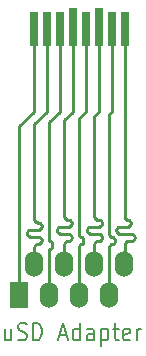
<source format=gbr>
G04 #@! TF.GenerationSoftware,KiCad,Pcbnew,no-vcs-found-ac9fc94~61~ubuntu14.04.1*
G04 #@! TF.CreationDate,2018-02-15T07:09:20+01:00*
G04 #@! TF.ProjectId,usd-adapter,7573642D616461707465722E6B696361,1*
G04 #@! TF.SameCoordinates,Original*
G04 #@! TF.FileFunction,Copper,L1,Top,Signal*
G04 #@! TF.FilePolarity,Positive*
%FSLAX46Y46*%
G04 Gerber Fmt 4.6, Leading zero omitted, Abs format (unit mm)*
G04 Created by KiCad (PCBNEW no-vcs-found-ac9fc94~61~ubuntu14.04.1) date Thu Feb 15 07:09:20 2018*
%MOMM*%
%LPD*%
G01*
G04 APERTURE LIST*
%ADD10C,0.200000*%
%ADD11R,0.800000X2.900000*%
%ADD12R,0.800000X3.200000*%
%ADD13R,1.524000X2.199640*%
%ADD14O,1.524000X2.199640*%
%ADD15C,0.250000*%
G04 APERTURE END LIST*
D10*
X145381904Y-112938571D02*
X145381904Y-113938571D01*
X144824761Y-112938571D02*
X144824761Y-113724285D01*
X144886666Y-113867142D01*
X145010476Y-113938571D01*
X145196190Y-113938571D01*
X145320000Y-113867142D01*
X145381904Y-113795714D01*
X145939047Y-113867142D02*
X146124761Y-113938571D01*
X146434285Y-113938571D01*
X146558095Y-113867142D01*
X146620000Y-113795714D01*
X146681904Y-113652857D01*
X146681904Y-113510000D01*
X146620000Y-113367142D01*
X146558095Y-113295714D01*
X146434285Y-113224285D01*
X146186666Y-113152857D01*
X146062857Y-113081428D01*
X146000952Y-113010000D01*
X145939047Y-112867142D01*
X145939047Y-112724285D01*
X146000952Y-112581428D01*
X146062857Y-112510000D01*
X146186666Y-112438571D01*
X146496190Y-112438571D01*
X146681904Y-112510000D01*
X147239047Y-113938571D02*
X147239047Y-112438571D01*
X147548571Y-112438571D01*
X147734285Y-112510000D01*
X147858095Y-112652857D01*
X147920000Y-112795714D01*
X147981904Y-113081428D01*
X147981904Y-113295714D01*
X147920000Y-113581428D01*
X147858095Y-113724285D01*
X147734285Y-113867142D01*
X147548571Y-113938571D01*
X147239047Y-113938571D01*
X149467619Y-113510000D02*
X150086666Y-113510000D01*
X149343809Y-113938571D02*
X149777142Y-112438571D01*
X150210476Y-113938571D01*
X151200952Y-113938571D02*
X151200952Y-112438571D01*
X151200952Y-113867142D02*
X151077142Y-113938571D01*
X150829523Y-113938571D01*
X150705714Y-113867142D01*
X150643809Y-113795714D01*
X150581904Y-113652857D01*
X150581904Y-113224285D01*
X150643809Y-113081428D01*
X150705714Y-113010000D01*
X150829523Y-112938571D01*
X151077142Y-112938571D01*
X151200952Y-113010000D01*
X152377142Y-113938571D02*
X152377142Y-113152857D01*
X152315238Y-113010000D01*
X152191428Y-112938571D01*
X151943809Y-112938571D01*
X151820000Y-113010000D01*
X152377142Y-113867142D02*
X152253333Y-113938571D01*
X151943809Y-113938571D01*
X151820000Y-113867142D01*
X151758095Y-113724285D01*
X151758095Y-113581428D01*
X151820000Y-113438571D01*
X151943809Y-113367142D01*
X152253333Y-113367142D01*
X152377142Y-113295714D01*
X152996190Y-112938571D02*
X152996190Y-114438571D01*
X152996190Y-113010000D02*
X153120000Y-112938571D01*
X153367619Y-112938571D01*
X153491428Y-113010000D01*
X153553333Y-113081428D01*
X153615238Y-113224285D01*
X153615238Y-113652857D01*
X153553333Y-113795714D01*
X153491428Y-113867142D01*
X153367619Y-113938571D01*
X153120000Y-113938571D01*
X152996190Y-113867142D01*
X153986666Y-112938571D02*
X154481904Y-112938571D01*
X154172380Y-112438571D02*
X154172380Y-113724285D01*
X154234285Y-113867142D01*
X154358095Y-113938571D01*
X154481904Y-113938571D01*
X155410476Y-113867142D02*
X155286666Y-113938571D01*
X155039047Y-113938571D01*
X154915238Y-113867142D01*
X154853333Y-113724285D01*
X154853333Y-113152857D01*
X154915238Y-113010000D01*
X155039047Y-112938571D01*
X155286666Y-112938571D01*
X155410476Y-113010000D01*
X155472380Y-113152857D01*
X155472380Y-113295714D01*
X154853333Y-113438571D01*
X156029523Y-113938571D02*
X156029523Y-112938571D01*
X156029523Y-113224285D02*
X156091428Y-113081428D01*
X156153333Y-113010000D01*
X156277142Y-112938571D01*
X156400952Y-112938571D01*
D11*
X155000000Y-87580000D03*
X153900000Y-87580000D03*
D12*
X152800000Y-87430000D03*
D11*
X151700000Y-87580000D03*
D12*
X150600000Y-87430000D03*
D11*
X149500000Y-87580000D03*
X148400000Y-87580000D03*
X147300000Y-87580000D03*
D13*
X146070000Y-110060000D03*
D14*
X147340000Y-107460000D03*
X148610000Y-110060000D03*
X149880000Y-107460000D03*
X151150000Y-110060000D03*
X152420000Y-107460000D03*
X153690000Y-110060000D03*
X154960000Y-107460000D03*
D15*
X155392076Y-104257311D02*
X155430315Y-104219072D01*
X155000000Y-92580000D02*
X155000000Y-87580000D01*
X155459087Y-104173281D02*
X155476949Y-104122237D01*
X154296706Y-104740165D02*
X154274518Y-104676756D01*
X155346285Y-104286083D02*
X155392076Y-104257311D01*
X154500240Y-104317521D02*
X154566996Y-104310000D01*
X154266996Y-104610000D02*
X154274518Y-104543243D01*
X155430315Y-104219072D02*
X155459087Y-104173281D01*
X154332447Y-104797046D02*
X154296706Y-104740165D01*
X154274518Y-104543243D02*
X154296706Y-104479834D01*
X154436831Y-104880290D02*
X154379950Y-104844549D01*
X155023916Y-103573281D02*
X155006054Y-103522237D01*
X154436831Y-104339709D02*
X154500240Y-104317521D01*
X155112953Y-105575450D02*
X155169834Y-105539709D01*
X154566996Y-104910000D02*
X154500240Y-104902478D01*
X154274518Y-104676756D02*
X154266996Y-104610000D01*
X155533004Y-104910000D02*
X154566996Y-104910000D01*
X155599760Y-104917521D02*
X155533004Y-104910000D01*
X155065450Y-105622953D02*
X155112953Y-105575450D01*
X155029709Y-105679834D02*
X155065450Y-105622953D01*
X155295241Y-104303945D02*
X155346285Y-104286083D01*
X155825482Y-105276756D02*
X155833004Y-105210000D01*
X155663169Y-104939709D02*
X155599760Y-104917521D01*
X155007521Y-105743243D02*
X155029709Y-105679834D01*
X155483004Y-104068498D02*
X155483004Y-103951502D01*
X155300000Y-105510000D02*
X155533004Y-105510000D01*
X154500240Y-104902478D02*
X154436831Y-104880290D01*
X155833004Y-105210000D02*
X155825482Y-105143243D01*
X155169834Y-105539709D02*
X155233243Y-105517521D01*
X155459087Y-103846718D02*
X155430315Y-103800927D01*
X155241502Y-104310000D02*
X155295241Y-104303945D01*
X155803294Y-105340165D02*
X155825482Y-105276756D01*
X155767553Y-105022953D02*
X155720050Y-104975450D01*
X155000000Y-107420000D02*
X155000000Y-105810000D01*
X155533004Y-105510000D02*
X155599760Y-105502478D01*
X154296706Y-104479834D02*
X154332447Y-104422953D01*
X155767553Y-105397046D02*
X155803294Y-105340165D01*
X155000000Y-105810000D02*
X155007521Y-105743243D01*
X154332447Y-104422953D02*
X154379950Y-104375450D01*
X155825482Y-105143243D02*
X155803294Y-105079834D01*
X154379950Y-104844549D02*
X154332447Y-104797046D01*
X155599760Y-105502478D02*
X155663169Y-105480290D01*
X155720050Y-105444549D02*
X155767553Y-105397046D01*
X154379950Y-104375450D02*
X154436831Y-104339709D01*
X155663169Y-105480290D02*
X155720050Y-105444549D01*
X155233243Y-105517521D02*
X155300000Y-105510000D01*
X155803294Y-105079834D02*
X155767553Y-105022953D01*
X154566996Y-104310000D02*
X155241502Y-104310000D01*
X154960000Y-107460000D02*
X155000000Y-107420000D01*
X155720050Y-104975450D02*
X155663169Y-104939709D01*
X155000000Y-103468498D02*
X155000000Y-92580000D01*
X155476949Y-104122237D02*
X155483004Y-104068498D01*
X155483004Y-103951502D02*
X155476949Y-103897762D01*
X155476949Y-103897762D02*
X155459087Y-103846718D01*
X155430315Y-103800927D02*
X155392076Y-103762688D01*
X155392076Y-103762688D02*
X155346285Y-103733916D01*
X155346285Y-103733916D02*
X155295241Y-103716054D01*
X155295241Y-103716054D02*
X155187762Y-103703945D01*
X155187762Y-103703945D02*
X155136718Y-103686083D01*
X155136718Y-103686083D02*
X155090927Y-103657311D01*
X155090927Y-103657311D02*
X155052688Y-103619072D01*
X155052688Y-103619072D02*
X155023916Y-103573281D01*
X155006054Y-103522237D02*
X155000000Y-103468498D01*
X154054380Y-105234523D02*
X154011825Y-105207783D01*
X154011825Y-105763330D02*
X154054380Y-105736590D01*
X154116659Y-105312617D02*
X154089919Y-105270062D01*
X154133258Y-105360056D02*
X154116659Y-105312617D01*
X153774505Y-105136590D02*
X153738966Y-105101051D01*
X154138886Y-105410000D02*
X154133258Y-105360056D01*
X154138886Y-105561114D02*
X154138886Y-105410000D01*
X154133258Y-105611057D02*
X154138886Y-105561114D01*
X153695627Y-105011057D02*
X153690000Y-104961114D01*
X154054380Y-105736590D02*
X154089919Y-105701051D01*
X153712226Y-105912617D02*
X153738966Y-105870062D01*
X154011825Y-105207783D02*
X153964386Y-105191184D01*
X153964386Y-105779929D02*
X154011825Y-105763330D01*
X153690000Y-110060000D02*
X153690000Y-106010000D01*
X153690000Y-106010000D02*
X153695627Y-105960056D01*
X153695627Y-105960056D02*
X153712226Y-105912617D01*
X154089919Y-105701051D02*
X154116659Y-105658496D01*
X153738966Y-105870062D02*
X153774505Y-105834523D01*
X153964386Y-105191184D02*
X153864499Y-105179929D01*
X153817060Y-105807783D02*
X153864499Y-105791184D01*
X153864499Y-105791184D02*
X153964386Y-105779929D01*
X154089919Y-105270062D02*
X154054380Y-105234523D01*
X153774505Y-105834523D02*
X153817060Y-105807783D01*
X154116659Y-105658496D02*
X154133258Y-105611057D01*
X153864499Y-105179929D02*
X153817060Y-105163330D01*
X153738966Y-105101051D02*
X153712226Y-105058496D01*
X153817060Y-105163330D02*
X153774505Y-105136590D01*
X153712226Y-105058496D02*
X153695627Y-105011057D01*
X153690000Y-104961114D02*
X153690000Y-94770000D01*
X153690000Y-94770000D02*
X153900000Y-94560000D01*
X153900000Y-94560000D02*
X153900000Y-87580000D01*
X153052417Y-104076756D02*
X153059939Y-104010000D01*
X152013305Y-104902478D02*
X151949896Y-104880290D01*
X153030229Y-104140165D02*
X153052417Y-104076756D01*
X152890104Y-104280290D02*
X152946985Y-104244549D01*
X152826695Y-104302478D02*
X152890104Y-104280290D01*
X152759939Y-104310000D02*
X152826695Y-104302478D01*
X151845512Y-104797046D02*
X151809771Y-104740165D01*
X152013305Y-104317521D02*
X152080061Y-104310000D01*
X151809771Y-104479834D02*
X151845512Y-104422953D01*
X151780061Y-104610000D02*
X151787583Y-104543243D01*
X151893015Y-104844549D02*
X151845512Y-104797046D01*
X152759939Y-104910000D02*
X152080061Y-104910000D01*
X151809771Y-104740165D02*
X151787583Y-104676756D01*
X152994488Y-105397046D02*
X153030229Y-105340165D01*
X151949896Y-104880290D02*
X151893015Y-104844549D01*
X152946985Y-103775450D02*
X152890104Y-103739709D01*
X152826695Y-104917521D02*
X152759939Y-104910000D01*
X151949896Y-104339709D02*
X152013305Y-104317521D01*
X152826695Y-103717521D02*
X152759939Y-103710000D01*
X152759939Y-105510000D02*
X152826695Y-105502478D01*
X151787583Y-104543243D02*
X151809771Y-104479834D01*
X153030229Y-105079834D02*
X152994488Y-105022953D01*
X152946985Y-104244549D02*
X152994488Y-104197046D01*
X152653243Y-105517521D02*
X152720000Y-105510000D01*
X151893015Y-104375450D02*
X151949896Y-104339709D01*
X152890104Y-105480290D02*
X152946985Y-105444549D01*
X152589834Y-103680290D02*
X152532953Y-103644549D01*
X152589834Y-105539709D02*
X152653243Y-105517521D01*
X153052417Y-105276756D02*
X153059939Y-105210000D01*
X152994488Y-104197046D02*
X153030229Y-104140165D01*
X153059939Y-105210000D02*
X153052417Y-105143243D01*
X152946985Y-105444549D02*
X152994488Y-105397046D01*
X152532953Y-103644549D02*
X152485450Y-103597046D01*
X152532953Y-105575450D02*
X152589834Y-105539709D01*
X152449709Y-105679834D02*
X152485450Y-105622953D01*
X152427521Y-105743243D02*
X152449709Y-105679834D01*
X152080061Y-104310000D02*
X152759939Y-104310000D01*
X152080061Y-104910000D02*
X152013305Y-104902478D01*
X152485450Y-105622953D02*
X152532953Y-105575450D01*
X152720000Y-105510000D02*
X152759939Y-105510000D01*
X152420000Y-107460000D02*
X152420000Y-105810000D01*
X152826695Y-105502478D02*
X152890104Y-105480290D01*
X152420000Y-105810000D02*
X152427521Y-105743243D01*
X153052417Y-103943243D02*
X153030229Y-103879834D01*
X152946985Y-104975450D02*
X152890104Y-104939709D01*
X153030229Y-105340165D02*
X153052417Y-105276756D01*
X151787583Y-104676756D02*
X151780061Y-104610000D01*
X153030229Y-103879834D02*
X152994488Y-103822953D01*
X152994488Y-105022953D02*
X152946985Y-104975450D01*
X153052417Y-105143243D02*
X153030229Y-105079834D01*
X151845512Y-104422953D02*
X151893015Y-104375450D01*
X152890104Y-104939709D02*
X152826695Y-104917521D01*
X153059939Y-104010000D02*
X153052417Y-103943243D01*
X152994488Y-103822953D02*
X152946985Y-103775450D01*
X152800000Y-94570000D02*
X152800000Y-87430000D01*
X152890104Y-103739709D02*
X152826695Y-103717521D01*
X152759939Y-103710000D02*
X152720000Y-103710000D01*
X152720000Y-103710000D02*
X152653243Y-103702478D01*
X152653243Y-103702478D02*
X152589834Y-103680290D01*
X152485450Y-103597046D02*
X152449709Y-103540165D01*
X152449709Y-103540165D02*
X152427521Y-103476756D01*
X152427521Y-103476756D02*
X152420000Y-103410000D01*
X152420000Y-103410000D02*
X152420000Y-94950000D01*
X152420000Y-94950000D02*
X152800000Y-94570000D01*
X151354907Y-105196591D02*
X151280314Y-105188186D01*
X151186567Y-105855496D02*
X151213107Y-105828956D01*
X151448654Y-105255496D02*
X151422114Y-105228956D01*
X151390334Y-105208987D02*
X151354907Y-105196591D01*
X151485222Y-105624778D02*
X151485222Y-105360000D01*
X151468623Y-105287276D02*
X151448654Y-105255496D01*
X151481019Y-105322703D02*
X151468623Y-105287276D01*
X151166598Y-105097501D02*
X151154202Y-105062074D01*
X151485222Y-105360000D02*
X151481019Y-105322703D01*
X151280314Y-105796591D02*
X151354907Y-105788186D01*
X151422114Y-105228956D02*
X151390334Y-105208987D01*
X151481019Y-105662074D02*
X151485222Y-105624778D01*
X151422114Y-105755821D02*
X151448654Y-105729281D01*
X151448654Y-105729281D02*
X151468623Y-105697501D01*
X151150000Y-105960000D02*
X151154202Y-105922703D01*
X151468623Y-105697501D02*
X151481019Y-105662074D01*
X151213107Y-105828956D02*
X151244887Y-105808987D01*
X151154202Y-105922703D02*
X151166598Y-105887276D01*
X151244887Y-105808987D02*
X151280314Y-105796591D01*
X151166598Y-105887276D02*
X151186567Y-105855496D01*
X151354907Y-105788186D02*
X151390334Y-105775790D01*
X151150000Y-110060000D02*
X151150000Y-105960000D01*
X151390334Y-105775790D02*
X151422114Y-105755821D01*
X151280314Y-105188186D02*
X151244887Y-105175790D01*
X151244887Y-105175790D02*
X151213107Y-105155821D01*
X151154202Y-105062074D02*
X151150000Y-105024778D01*
X151213107Y-105155821D02*
X151186567Y-105129281D01*
X151186567Y-105129281D02*
X151166598Y-105097501D01*
X151150000Y-105024778D02*
X151150000Y-95110000D01*
X151150000Y-95110000D02*
X151700000Y-94560000D01*
X151700000Y-94560000D02*
X151700000Y-87580000D01*
X150263223Y-104302478D02*
X150326632Y-104280290D01*
X150049834Y-103680290D02*
X149992953Y-103644549D01*
X150196467Y-104310000D02*
X150263223Y-104302478D01*
X149563533Y-104310000D02*
X150196467Y-104310000D01*
X150431016Y-105022953D02*
X150383513Y-104975450D01*
X149376487Y-104375450D02*
X149433368Y-104339709D01*
X150488945Y-104076756D02*
X150496467Y-104010000D01*
X149293243Y-104479834D02*
X149328984Y-104422953D01*
X149263533Y-104610000D02*
X149271055Y-104543243D01*
X149271055Y-104676756D02*
X149263533Y-104610000D01*
X149496777Y-104317521D02*
X149563533Y-104310000D01*
X149328984Y-104797046D02*
X149293243Y-104740165D01*
X150496467Y-105210000D02*
X150488945Y-105143243D01*
X149376487Y-104844549D02*
X149328984Y-104797046D01*
X149328984Y-104422953D02*
X149376487Y-104375450D01*
X150466757Y-104140165D02*
X150488945Y-104076756D01*
X149433368Y-104880290D02*
X149376487Y-104844549D01*
X149293243Y-104740165D02*
X149271055Y-104676756D01*
X149563533Y-104910000D02*
X149496777Y-104902478D01*
X150196467Y-104910000D02*
X149563533Y-104910000D01*
X150431016Y-105397046D02*
X150466757Y-105340165D01*
X149496777Y-104902478D02*
X149433368Y-104880290D01*
X149887521Y-105743243D02*
X149909709Y-105679834D01*
X150180000Y-105510000D02*
X150196467Y-105510000D01*
X150431016Y-104197046D02*
X150466757Y-104140165D01*
X150488945Y-105143243D02*
X150466757Y-105079834D01*
X150113243Y-105517521D02*
X150180000Y-105510000D01*
X150263223Y-105502478D02*
X150326632Y-105480290D01*
X150049834Y-105539709D02*
X150113243Y-105517521D01*
X149945450Y-105622953D02*
X149992953Y-105575450D01*
X150326632Y-104939709D02*
X150263223Y-104917521D01*
X150180000Y-103710000D02*
X150113243Y-103702478D01*
X150326632Y-104280290D02*
X150383513Y-104244549D01*
X150196467Y-105510000D02*
X150263223Y-105502478D01*
X150466757Y-105079834D02*
X150431016Y-105022953D01*
X149271055Y-104543243D02*
X149293243Y-104479834D01*
X150466757Y-105340165D02*
X150488945Y-105276756D01*
X150383513Y-104244549D02*
X150431016Y-104197046D01*
X149909709Y-105679834D02*
X149945450Y-105622953D01*
X149945450Y-103597046D02*
X149909709Y-103540165D01*
X149992953Y-105575450D02*
X150049834Y-105539709D01*
X149880000Y-107460000D02*
X149880000Y-105810000D01*
X150488945Y-103943243D02*
X150466757Y-103879834D01*
X150383513Y-105444549D02*
X150431016Y-105397046D01*
X149880000Y-105810000D02*
X149887521Y-105743243D01*
X150488945Y-105276756D02*
X150496467Y-105210000D01*
X149433368Y-104339709D02*
X149496777Y-104317521D01*
X150263223Y-104917521D02*
X150196467Y-104910000D01*
X150326632Y-105480290D02*
X150383513Y-105444549D01*
X150383513Y-104975450D02*
X150326632Y-104939709D01*
X150496467Y-104010000D02*
X150488945Y-103943243D01*
X150466757Y-103879834D02*
X150431016Y-103822953D01*
X150431016Y-103822953D02*
X150383513Y-103775450D01*
X150383513Y-103775450D02*
X150326632Y-103739709D01*
X150326632Y-103739709D02*
X150263223Y-103717521D01*
X150263223Y-103717521D02*
X150196467Y-103710000D01*
X150196467Y-103710000D02*
X150180000Y-103710000D01*
X150113243Y-103702478D02*
X150049834Y-103680290D01*
X149992953Y-103644549D02*
X149945450Y-103597046D01*
X149909709Y-103540165D02*
X149887521Y-103476756D01*
X149887521Y-103476756D02*
X149880000Y-103410000D01*
X149880000Y-103410000D02*
X149880000Y-95280000D01*
X149880000Y-95280000D02*
X150600000Y-94560000D01*
X150600000Y-94560000D02*
X150600000Y-87430000D01*
X148732211Y-105562540D02*
X148687721Y-105557527D01*
X148610000Y-95460000D02*
X149500000Y-94570000D01*
X148772294Y-105581843D02*
X148753340Y-105569933D01*
X148800033Y-105616626D02*
X148788123Y-105597672D01*
X148788123Y-105597672D02*
X148772294Y-105581843D01*
X148807426Y-106082312D02*
X148809933Y-106060068D01*
X148809933Y-105660000D02*
X148807426Y-105637755D01*
X148610000Y-106260000D02*
X148612506Y-106237755D01*
X148809933Y-106060068D02*
X148809933Y-105660000D01*
X148753340Y-105569933D02*
X148732211Y-105562540D01*
X148631809Y-105522395D02*
X148619899Y-105503441D01*
X148772294Y-106138224D02*
X148788123Y-106122395D01*
X148807426Y-105637755D02*
X148800033Y-105616626D01*
X148800033Y-106103441D02*
X148807426Y-106082312D01*
X148647638Y-106181843D02*
X148666592Y-106169933D01*
X148610000Y-110060000D02*
X148610000Y-106260000D01*
X148788123Y-106122395D02*
X148800033Y-106103441D01*
X148619899Y-106216626D02*
X148631809Y-106197672D01*
X148666592Y-105550134D02*
X148647638Y-105538224D01*
X148687721Y-106162540D02*
X148732211Y-106157527D01*
X148687721Y-105557527D02*
X148666592Y-105550134D01*
X148612506Y-106237755D02*
X148619899Y-106216626D01*
X148631809Y-106197672D02*
X148647638Y-106181843D01*
X148666592Y-106169933D02*
X148687721Y-106162540D01*
X148732211Y-106157527D02*
X148753340Y-106150134D01*
X148753340Y-106150134D02*
X148772294Y-106138224D01*
X148647638Y-105538224D02*
X148631809Y-105522395D01*
X148619899Y-105503441D02*
X148612506Y-105482312D01*
X148612506Y-105482312D02*
X148610000Y-105460068D01*
X148610000Y-105460068D02*
X148610000Y-95460000D01*
X149500000Y-94570000D02*
X149500000Y-87580000D01*
X147928285Y-104390165D02*
X147950473Y-104326756D01*
X147022005Y-104560000D02*
X147657995Y-104560000D01*
X148400000Y-94560000D02*
X148400000Y-87580000D01*
X147950473Y-104326756D02*
X147957995Y-104260000D01*
X146955249Y-104567521D02*
X147022005Y-104560000D01*
X146729527Y-104793243D02*
X146751715Y-104729834D01*
X147845041Y-105694549D02*
X147892544Y-105647046D01*
X146729527Y-104926756D02*
X146722005Y-104860000D01*
X146751715Y-104729834D02*
X146787456Y-104672953D01*
X146787456Y-105047046D02*
X146751715Y-104990165D01*
X147340000Y-107460000D02*
X147340000Y-106060000D01*
X146955249Y-105152478D02*
X146891840Y-105130290D01*
X147724751Y-104552478D02*
X147788160Y-104530290D01*
X146787456Y-104672953D02*
X146834959Y-104625450D01*
X147724751Y-105167521D02*
X147657995Y-105160000D01*
X147892544Y-104447046D02*
X147928285Y-104390165D01*
X147022005Y-105160000D02*
X146955249Y-105152478D01*
X147640000Y-103960000D02*
X147573243Y-103952478D01*
X147788160Y-104530290D02*
X147845041Y-104494549D01*
X147724751Y-105752478D02*
X147788160Y-105730290D01*
X147657995Y-104560000D02*
X147724751Y-104552478D01*
X146722005Y-104860000D02*
X146729527Y-104793243D01*
X147452953Y-103894549D02*
X147405450Y-103847046D01*
X147657995Y-105760000D02*
X147724751Y-105752478D01*
X147573243Y-105767521D02*
X147640000Y-105760000D01*
X147509834Y-105789709D02*
X147573243Y-105767521D01*
X147892544Y-105272953D02*
X147845041Y-105225450D01*
X147657995Y-105160000D02*
X147022005Y-105160000D01*
X147950473Y-105526756D02*
X147957995Y-105460000D01*
X147928285Y-105329834D02*
X147892544Y-105272953D01*
X147452953Y-105825450D02*
X147509834Y-105789709D01*
X147788160Y-105730290D02*
X147845041Y-105694549D01*
X147892544Y-105647046D02*
X147928285Y-105590165D01*
X147369709Y-105929834D02*
X147405450Y-105872953D01*
X147405450Y-105872953D02*
X147452953Y-105825450D01*
X146834959Y-104625450D02*
X146891840Y-104589709D01*
X147845041Y-104494549D02*
X147892544Y-104447046D01*
X147957995Y-105460000D02*
X147950473Y-105393243D01*
X146834959Y-105094549D02*
X146787456Y-105047046D01*
X146891840Y-105130290D02*
X146834959Y-105094549D01*
X147347521Y-105993243D02*
X147369709Y-105929834D01*
X147340000Y-106060000D02*
X147347521Y-105993243D01*
X147788160Y-105189709D02*
X147724751Y-105167521D01*
X147405450Y-103847046D02*
X147369709Y-103790165D01*
X146891840Y-104589709D02*
X146955249Y-104567521D01*
X147928285Y-105590165D02*
X147950473Y-105526756D01*
X147640000Y-105760000D02*
X147657995Y-105760000D01*
X147957995Y-104260000D02*
X147950473Y-104193243D01*
X147950473Y-105393243D02*
X147928285Y-105329834D01*
X146751715Y-104990165D02*
X146729527Y-104926756D01*
X147845041Y-105225450D02*
X147788160Y-105189709D01*
X147950473Y-104193243D02*
X147928285Y-104129834D01*
X147928285Y-104129834D02*
X147892544Y-104072953D01*
X147509834Y-103930290D02*
X147452953Y-103894549D01*
X147892544Y-104072953D02*
X147845041Y-104025450D01*
X147845041Y-104025450D02*
X147788160Y-103989709D01*
X147788160Y-103989709D02*
X147724751Y-103967521D01*
X147724751Y-103967521D02*
X147657995Y-103960000D01*
X147657995Y-103960000D02*
X147640000Y-103960000D01*
X147573243Y-103952478D02*
X147509834Y-103930290D01*
X147369709Y-103790165D02*
X147347521Y-103726756D01*
X147347521Y-103726756D02*
X147340000Y-103660000D01*
X147340000Y-103660000D02*
X147340000Y-95620000D01*
X147340000Y-95620000D02*
X148400000Y-94560000D01*
X146070000Y-110060000D02*
X146070000Y-95790000D01*
X146070000Y-95790000D02*
X147300000Y-94560000D01*
X147300000Y-94560000D02*
X147300000Y-87580000D01*
M02*

</source>
